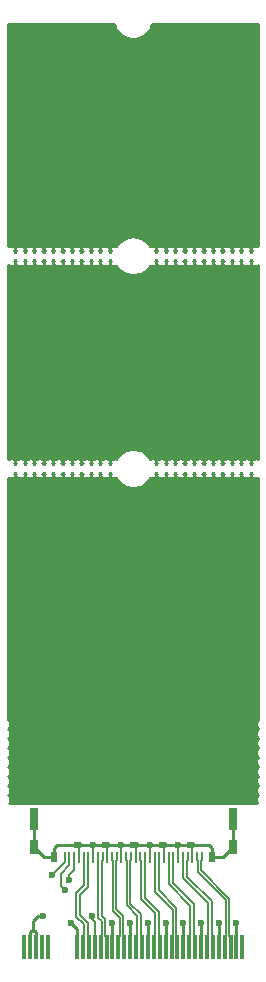
<source format=gbr>
G04 #@! TF.FileFunction,Copper,L1,Top,Signal*
%FSLAX46Y46*%
G04 Gerber Fmt 4.6, Leading zero omitted, Abs format (unit mm)*
G04 Created by KiCad (PCBNEW 4.0.7) date 05/24/18 10:42:32*
%MOMM*%
%LPD*%
G01*
G04 APERTURE LIST*
%ADD10C,0.100000*%
%ADD11R,0.350000X2.000000*%
%ADD12R,0.550000X0.900000*%
%ADD13R,0.200000X0.800000*%
%ADD14R,0.550000X0.550000*%
%ADD15R,0.200000X1.000000*%
%ADD16R,0.710000X1.300000*%
%ADD17R,0.710000X1.850000*%
%ADD18C,0.600000*%
%ADD19C,0.152000*%
%ADD20C,0.200000*%
%ADD21C,0.250000*%
%ADD22C,0.254000*%
G04 APERTURE END LIST*
D10*
D11*
X168130000Y-108610000D03*
X167630000Y-108610000D03*
X167130000Y-108610000D03*
X166630000Y-108610000D03*
X166130000Y-108610000D03*
X165630000Y-108610000D03*
X163130000Y-108610000D03*
X162630000Y-108610000D03*
X162130000Y-108610000D03*
X161630000Y-108610000D03*
X161130000Y-108610000D03*
X160630000Y-108610000D03*
X160130000Y-108610000D03*
X159630000Y-108610000D03*
X159130000Y-108610000D03*
X158630000Y-108610000D03*
X158130000Y-108610000D03*
X157630000Y-108610000D03*
X157130000Y-108610000D03*
X156630000Y-108610000D03*
X156130000Y-108610000D03*
X155630000Y-108610000D03*
X155130000Y-108610000D03*
X154630000Y-108610000D03*
X154130000Y-108610000D03*
X151630000Y-108610000D03*
X151130000Y-108610000D03*
X150630000Y-108610000D03*
X150130000Y-108610000D03*
X149630000Y-108610000D03*
X165130000Y-108610000D03*
X164630000Y-108610000D03*
X164130000Y-108610000D03*
X163630000Y-108610000D03*
D12*
X152190000Y-100980000D03*
D13*
X153490000Y-100930000D03*
D14*
X154090000Y-100005000D03*
D15*
X154290000Y-101030000D03*
D13*
X154690000Y-100930000D03*
X155090000Y-100930000D03*
D15*
X155490000Y-101030000D03*
D13*
X155890000Y-100930000D03*
X156290000Y-100930000D03*
D15*
X156690000Y-101030000D03*
D13*
X157090000Y-100930000D03*
X157490000Y-100930000D03*
D15*
X157890000Y-101030000D03*
D13*
X158290000Y-100930000D03*
X158690000Y-100930000D03*
D15*
X159090000Y-101030000D03*
D13*
X159490000Y-100930000D03*
X159890000Y-100930000D03*
D15*
X160290000Y-101030000D03*
D13*
X160690000Y-100930000D03*
X161090000Y-100930000D03*
D15*
X161490000Y-101030000D03*
D13*
X161890000Y-100930000D03*
X162290000Y-100930000D03*
D15*
X162690000Y-101030000D03*
D13*
X163090000Y-100930000D03*
X163490000Y-100930000D03*
D15*
X163890000Y-101030000D03*
D13*
X164290000Y-100930000D03*
X164690000Y-100930000D03*
X153090000Y-100930000D03*
D12*
X165590000Y-100980000D03*
D13*
X153890000Y-100930000D03*
D14*
X156490000Y-100005000D03*
X158890000Y-100005000D03*
X161290000Y-100005000D03*
X163690000Y-100005000D03*
D16*
X150450000Y-100130000D03*
D17*
X150450000Y-97810000D03*
D16*
X167330000Y-100130000D03*
D17*
X167330000Y-97810000D03*
D18*
X153470000Y-102930000D03*
X153110000Y-103770000D03*
X151980000Y-102560000D03*
X167629458Y-106615573D03*
X163890000Y-100030000D03*
X162690000Y-100030000D03*
X161490000Y-100030000D03*
X166129458Y-106615573D03*
X164629458Y-106615573D03*
X163129458Y-106615573D03*
X157129458Y-106615573D03*
X154290000Y-100030000D03*
X160290000Y-100030000D03*
X159090000Y-100030000D03*
X157890000Y-100030000D03*
X156690000Y-100030000D03*
X155490000Y-100030000D03*
X155380000Y-106040000D03*
X153660226Y-106599774D03*
X151270000Y-106030000D03*
X161629458Y-106615573D03*
X160129458Y-106615573D03*
X158629458Y-106615573D03*
D19*
X159890000Y-100930000D02*
X159890000Y-101230000D01*
X159890000Y-101230000D02*
X159842000Y-101278000D01*
X159842000Y-101278000D02*
X159842000Y-104457040D01*
X159842000Y-104457040D02*
X161033001Y-105648041D01*
X161033001Y-105648041D02*
X161033001Y-107688001D01*
X161033001Y-107688001D02*
X161130000Y-107785000D01*
X161130000Y-107785000D02*
X161130000Y-108610000D01*
X159490000Y-100930000D02*
X159490000Y-101230000D01*
X160630000Y-107785000D02*
X160630000Y-108610000D01*
X159490000Y-101230000D02*
X159538000Y-101278000D01*
X159538000Y-104582960D02*
X160726999Y-105771959D01*
X160726999Y-105771959D02*
X160726999Y-107688001D01*
X159538000Y-101278000D02*
X159538000Y-104582960D01*
X160726999Y-107688001D02*
X160630000Y-107785000D01*
X158690000Y-100930000D02*
X158690000Y-101230000D01*
X158690000Y-101230000D02*
X158642000Y-101278000D01*
X158642000Y-101278000D02*
X158642000Y-104977040D01*
X158642000Y-104977040D02*
X159533001Y-105868041D01*
X159533001Y-107688001D02*
X159630000Y-107785000D01*
X159533001Y-105868041D02*
X159533001Y-107688001D01*
X159630000Y-107785000D02*
X159630000Y-108610000D01*
X158290000Y-100930000D02*
X158290000Y-101230000D01*
X158338000Y-101278000D02*
X158338000Y-105102960D01*
X158290000Y-101230000D02*
X158338000Y-101278000D01*
X158338000Y-105102960D02*
X159226999Y-105991959D01*
X159226999Y-105991959D02*
X159226999Y-107688001D01*
X159226999Y-107688001D02*
X159130000Y-107785000D01*
X159130000Y-107785000D02*
X159130000Y-108610000D01*
X157490000Y-100930000D02*
X157490000Y-101230000D01*
X158033001Y-106008041D02*
X158033001Y-107688001D01*
X157442000Y-101278000D02*
X157442000Y-105417040D01*
X157442000Y-105417040D02*
X158033001Y-106008041D01*
X157490000Y-101230000D02*
X157442000Y-101278000D01*
X158033001Y-107688001D02*
X158130000Y-107785000D01*
X158130000Y-107785000D02*
X158130000Y-108610000D01*
X157138000Y-101278000D02*
X157138000Y-105542960D01*
X157090000Y-100930000D02*
X157090000Y-101230000D01*
X157090000Y-101230000D02*
X157138000Y-101278000D01*
X157138000Y-105542960D02*
X157726999Y-106131959D01*
X157726999Y-106131959D02*
X157726999Y-107688001D01*
X157726999Y-107688001D02*
X157630000Y-107785000D01*
X157630000Y-107785000D02*
X157630000Y-108610000D01*
X156242000Y-106007059D02*
X156242000Y-101278000D01*
X156242000Y-101278000D02*
X156290000Y-101230000D01*
X156630000Y-108610000D02*
X156630000Y-107785000D01*
X156533001Y-107688001D02*
X156533001Y-106298060D01*
X156630000Y-107785000D02*
X156533001Y-107688001D01*
X156533001Y-106298060D02*
X156242000Y-106007059D01*
X156290000Y-101230000D02*
X156290000Y-100930000D01*
X156130000Y-107785000D02*
X156226999Y-107688001D01*
X156130000Y-108610000D02*
X156130000Y-107785000D01*
X156226999Y-107688001D02*
X156226999Y-106421978D01*
X156226999Y-106421978D02*
X155938000Y-106132979D01*
X155938000Y-106132979D02*
X155938000Y-101278000D01*
X155938000Y-101278000D02*
X155890000Y-101230000D01*
X155890000Y-101230000D02*
X155890000Y-100930000D01*
X155042000Y-103542960D02*
X155042000Y-101278000D01*
X155042000Y-101278000D02*
X155090000Y-101230000D01*
X154372000Y-105927612D02*
X154372000Y-104212960D01*
X155130000Y-107785000D02*
X155033001Y-107688001D01*
X155130000Y-108610000D02*
X155130000Y-107785000D01*
X155033001Y-107688001D02*
X155033001Y-106588613D01*
X155033001Y-106588613D02*
X154372000Y-105927612D01*
X154372000Y-104212960D02*
X155042000Y-103542960D01*
X155090000Y-101230000D02*
X155090000Y-100930000D01*
X154630000Y-108610000D02*
X154630000Y-107785000D01*
X154630000Y-107785000D02*
X154726999Y-107688001D01*
X154726999Y-107688001D02*
X154726999Y-106712531D01*
X154068000Y-106053532D02*
X154068000Y-104087040D01*
X154726999Y-106712531D02*
X154068000Y-106053532D01*
X154068000Y-104087040D02*
X154738000Y-103417040D01*
X154738000Y-103417040D02*
X154738000Y-101278000D01*
X154738000Y-101278000D02*
X154690000Y-101230000D01*
X154690000Y-101230000D02*
X154690000Y-100930000D01*
D20*
X153470000Y-102930000D02*
X153470000Y-102505736D01*
X153470000Y-102505736D02*
X153890000Y-102085736D01*
X153890000Y-102085736D02*
X153890000Y-100930000D01*
X153110000Y-103770000D02*
X152780000Y-103440000D01*
X152780000Y-103440000D02*
X152780000Y-102420000D01*
X152780000Y-102420000D02*
X153490000Y-101710000D01*
X153490000Y-101710000D02*
X153490000Y-100930000D01*
X153090000Y-100930000D02*
X153090000Y-101450000D01*
X153090000Y-101450000D02*
X152279999Y-102260001D01*
X152279999Y-102260001D02*
X151980000Y-102560000D01*
X151980000Y-102560000D02*
X152697139Y-101842861D01*
D19*
X164642000Y-101278000D02*
X164642000Y-102137040D01*
X167032000Y-107687000D02*
X167130000Y-107785000D01*
X164642000Y-102137040D02*
X167032000Y-104527040D01*
X164690000Y-100930000D02*
X164690000Y-101230000D01*
X164690000Y-101230000D02*
X164642000Y-101278000D01*
X167032000Y-104527040D02*
X167032000Y-107687000D01*
X167130000Y-107785000D02*
X167130000Y-108610000D01*
X164290000Y-101230000D02*
X164338000Y-101278000D01*
X164290000Y-100930000D02*
X164290000Y-101230000D01*
X166630000Y-107785000D02*
X166630000Y-108610000D01*
X164338000Y-101278000D02*
X164338000Y-102262960D01*
X164338000Y-102262960D02*
X166728000Y-104652960D01*
X166728000Y-104652960D02*
X166728000Y-107687000D01*
X166728000Y-107687000D02*
X166630000Y-107785000D01*
D21*
X167630000Y-108610000D02*
X167630000Y-106619456D01*
X162690000Y-100030000D02*
X163890000Y-100030000D01*
D20*
X163890000Y-100930000D02*
X163890000Y-100030000D01*
X162690000Y-100930000D02*
X162690000Y-100030000D01*
X161490000Y-100930000D02*
X161490000Y-100030000D01*
D21*
X166130000Y-108610000D02*
X166130000Y-106619456D01*
X164630000Y-108610000D02*
X164630000Y-106619456D01*
X163130000Y-108610000D02*
X163130000Y-106619456D01*
X154290000Y-100030000D02*
X155490000Y-100030000D01*
D20*
X155380000Y-106260000D02*
X155630000Y-106510000D01*
X155630000Y-106510000D02*
X155630000Y-108610000D01*
X155380000Y-106040000D02*
X155380000Y-106260000D01*
D21*
X165590000Y-100980000D02*
X166480000Y-100980000D01*
X166480000Y-100980000D02*
X167330000Y-100130000D01*
D20*
X156690000Y-100030000D02*
X157890000Y-100030000D01*
X159090000Y-100030000D02*
X160290000Y-100030000D01*
D21*
X155490000Y-100030000D02*
X156690000Y-100030000D01*
X157890000Y-100030000D02*
X159090000Y-100030000D01*
X159090000Y-100030000D02*
X158915000Y-100030000D01*
X158915000Y-100030000D02*
X158890000Y-100005000D01*
X160290000Y-100030000D02*
X161265000Y-100030000D01*
X161265000Y-100030000D02*
X161290000Y-100005000D01*
X154290000Y-100030000D02*
X163665000Y-100030000D01*
X163665000Y-100030000D02*
X163690000Y-100005000D01*
X165590000Y-100980000D02*
X165590000Y-100280000D01*
X165590000Y-100280000D02*
X165315000Y-100005000D01*
X164215000Y-100005000D02*
X163690000Y-100005000D01*
X165315000Y-100005000D02*
X164215000Y-100005000D01*
X152190000Y-100980000D02*
X152190000Y-100280000D01*
X152190000Y-100280000D02*
X152440000Y-100030000D01*
X152440000Y-100030000D02*
X153865736Y-100030000D01*
X153865736Y-100030000D02*
X154290000Y-100030000D01*
X167330000Y-97810000D02*
X167330000Y-100130000D01*
X152190000Y-100980000D02*
X151300000Y-100980000D01*
X151300000Y-100980000D02*
X150450000Y-100130000D01*
X150450000Y-97810000D02*
X150450000Y-100130000D01*
D20*
X154290000Y-100930000D02*
X154290000Y-100030000D01*
X160290000Y-100930000D02*
X160290000Y-100030000D01*
X159090000Y-100930000D02*
X159090000Y-100030000D01*
X157890000Y-100930000D02*
X157890000Y-100030000D01*
X156690000Y-100930000D02*
X156690000Y-100030000D01*
X155490000Y-100930000D02*
X155490000Y-100030000D01*
X155381145Y-106040000D02*
X155380000Y-106040000D01*
D21*
X154130000Y-107069548D02*
X153660226Y-106599774D01*
X150790000Y-106030000D02*
X151270000Y-106030000D01*
X150380000Y-106440000D02*
X150790000Y-106030000D01*
X150380000Y-107290000D02*
X150560000Y-107290000D01*
X150200000Y-107290000D02*
X150380000Y-107290000D01*
X150380000Y-107290000D02*
X150380000Y-106440000D01*
X150130000Y-108610000D02*
X150130000Y-107360000D01*
X150130000Y-107360000D02*
X150200000Y-107290000D01*
X150560000Y-107290000D02*
X150630000Y-107360000D01*
X150630000Y-107360000D02*
X150630000Y-108610000D01*
X154130000Y-108610000D02*
X154130000Y-107069548D01*
X157130000Y-108610000D02*
X157130000Y-106616115D01*
X157130000Y-106616115D02*
X157129458Y-106615573D01*
X161630000Y-108610000D02*
X161630000Y-106619456D01*
X160130000Y-108610000D02*
X160130000Y-106619456D01*
X158630000Y-108610000D02*
X158630000Y-106619456D01*
D19*
X163490000Y-100930000D02*
X163490000Y-101230000D01*
X165532000Y-107687000D02*
X165630000Y-107785000D01*
X163442000Y-102667040D02*
X165532000Y-104757040D01*
X163442000Y-101278000D02*
X163442000Y-102667040D01*
X165532000Y-104757040D02*
X165532000Y-107687000D01*
X163490000Y-101230000D02*
X163442000Y-101278000D01*
X165630000Y-107785000D02*
X165630000Y-108610000D01*
X162532000Y-105327040D02*
X162532000Y-107687000D01*
X162630000Y-107785000D02*
X162630000Y-108610000D01*
X161090000Y-100930000D02*
X161090000Y-101230000D01*
X161042000Y-101278000D02*
X161042000Y-103837040D01*
X161042000Y-103837040D02*
X162532000Y-105327040D01*
X161090000Y-101230000D02*
X161042000Y-101278000D01*
X162532000Y-107687000D02*
X162630000Y-107785000D01*
X160690000Y-100930000D02*
X160690000Y-101230000D01*
X160690000Y-101230000D02*
X160738000Y-101278000D01*
X160738000Y-101278000D02*
X160738000Y-103962960D01*
X162228000Y-107687000D02*
X162130000Y-107785000D01*
X162130000Y-107785000D02*
X162130000Y-108610000D01*
X160738000Y-103962960D02*
X162228000Y-105452960D01*
X162228000Y-105452960D02*
X162228000Y-107687000D01*
X163138000Y-101278000D02*
X163138000Y-102792960D01*
X163090000Y-100930000D02*
X163090000Y-101230000D01*
X163090000Y-101230000D02*
X163138000Y-101278000D01*
X163138000Y-102792960D02*
X165228000Y-104882960D01*
X165228000Y-104882960D02*
X165228000Y-107687000D01*
X165228000Y-107687000D02*
X165130000Y-107785000D01*
X165130000Y-107785000D02*
X165130000Y-108610000D01*
X162242000Y-101278000D02*
X162242000Y-103207040D01*
X162290000Y-100930000D02*
X162290000Y-101230000D01*
X164032000Y-104997040D02*
X164032000Y-107687000D01*
X162290000Y-101230000D02*
X162242000Y-101278000D01*
X162242000Y-103207040D02*
X164032000Y-104997040D01*
X164032000Y-107687000D02*
X164130000Y-107785000D01*
X164130000Y-107785000D02*
X164130000Y-108610000D01*
X161890000Y-100930000D02*
X161890000Y-101230000D01*
X161938000Y-101278000D02*
X161938000Y-103332960D01*
X163728000Y-107687000D02*
X163630000Y-107785000D01*
X161890000Y-101230000D02*
X161938000Y-101278000D01*
X161938000Y-103332960D02*
X163728000Y-105122960D01*
X163728000Y-105122960D02*
X163728000Y-107687000D01*
X163630000Y-107785000D02*
X163630000Y-108610000D01*
D22*
G36*
X169139867Y-68955450D02*
X169471029Y-68929413D01*
X169488000Y-68922383D01*
X169488000Y-89321567D01*
X169414330Y-89395236D01*
X169370975Y-89460121D01*
X169370972Y-89460124D01*
X169337822Y-89540157D01*
X169310949Y-89605033D01*
X169310949Y-89605036D01*
X169310948Y-89605038D01*
X169295724Y-89681572D01*
X169295724Y-89838426D01*
X169310948Y-89914962D01*
X169310949Y-89914964D01*
X169310949Y-89914967D01*
X169326632Y-89952828D01*
X169370972Y-90059876D01*
X169370975Y-90059879D01*
X169414330Y-90124764D01*
X169449567Y-90160000D01*
X169414330Y-90195236D01*
X169370975Y-90260121D01*
X169370972Y-90260124D01*
X169337822Y-90340157D01*
X169310949Y-90405033D01*
X169310949Y-90405036D01*
X169310948Y-90405038D01*
X169295724Y-90481572D01*
X169295724Y-90638426D01*
X169310948Y-90714962D01*
X169310949Y-90714964D01*
X169310949Y-90714967D01*
X169326632Y-90752828D01*
X169370972Y-90859876D01*
X169370975Y-90859879D01*
X169414330Y-90924764D01*
X169449567Y-90960000D01*
X169414330Y-90995236D01*
X169370975Y-91060121D01*
X169370972Y-91060124D01*
X169337822Y-91140157D01*
X169310949Y-91205033D01*
X169310949Y-91205036D01*
X169310948Y-91205038D01*
X169295724Y-91281572D01*
X169295724Y-91438426D01*
X169310948Y-91514962D01*
X169310949Y-91514964D01*
X169310949Y-91514967D01*
X169326632Y-91552828D01*
X169370972Y-91659876D01*
X169370975Y-91659879D01*
X169414330Y-91724764D01*
X169449567Y-91760000D01*
X169414330Y-91795236D01*
X169370975Y-91860121D01*
X169370972Y-91860124D01*
X169337822Y-91940157D01*
X169310949Y-92005033D01*
X169310949Y-92005036D01*
X169310948Y-92005038D01*
X169295724Y-92081572D01*
X169295724Y-92238426D01*
X169310948Y-92314962D01*
X169310949Y-92314964D01*
X169310949Y-92314967D01*
X169326632Y-92352828D01*
X169370972Y-92459876D01*
X169370975Y-92459879D01*
X169414330Y-92524764D01*
X169449567Y-92560000D01*
X169414330Y-92595236D01*
X169370975Y-92660121D01*
X169370972Y-92660124D01*
X169337822Y-92740157D01*
X169310949Y-92805033D01*
X169310949Y-92805036D01*
X169310948Y-92805038D01*
X169295724Y-92881572D01*
X169295724Y-93038426D01*
X169310948Y-93114962D01*
X169310949Y-93114964D01*
X169310949Y-93114967D01*
X169326632Y-93152828D01*
X169370972Y-93259876D01*
X169370975Y-93259879D01*
X169414330Y-93324764D01*
X169449567Y-93360000D01*
X169414330Y-93395236D01*
X169370975Y-93460121D01*
X169370972Y-93460124D01*
X169337822Y-93540157D01*
X169310949Y-93605033D01*
X169310949Y-93605036D01*
X169310948Y-93605038D01*
X169295724Y-93681572D01*
X169295724Y-93838426D01*
X169310948Y-93914962D01*
X169310949Y-93914964D01*
X169310949Y-93914967D01*
X169326632Y-93952828D01*
X169370972Y-94059876D01*
X169370975Y-94059879D01*
X169414330Y-94124764D01*
X169449567Y-94160000D01*
X169414330Y-94195236D01*
X169370975Y-94260121D01*
X169370972Y-94260124D01*
X169337822Y-94340157D01*
X169310949Y-94405033D01*
X169310949Y-94405036D01*
X169310948Y-94405038D01*
X169295724Y-94481572D01*
X169295724Y-94638426D01*
X169310948Y-94714962D01*
X169310949Y-94714964D01*
X169310949Y-94714967D01*
X169326632Y-94752828D01*
X169370972Y-94859876D01*
X169370975Y-94859879D01*
X169414330Y-94924764D01*
X169449567Y-94960000D01*
X169414330Y-94995236D01*
X169370975Y-95060121D01*
X169370972Y-95060124D01*
X169337822Y-95140157D01*
X169310949Y-95205033D01*
X169310949Y-95205036D01*
X169310948Y-95205038D01*
X169295724Y-95281572D01*
X169295724Y-95438426D01*
X169310948Y-95514962D01*
X169310949Y-95514964D01*
X169310949Y-95514967D01*
X169326632Y-95552828D01*
X169370972Y-95659876D01*
X169370975Y-95659879D01*
X169414330Y-95724764D01*
X169449567Y-95760000D01*
X169414330Y-95795236D01*
X169370975Y-95860121D01*
X169370972Y-95860124D01*
X169337822Y-95940157D01*
X169310949Y-96005033D01*
X169310949Y-96005036D01*
X169310948Y-96005038D01*
X169295724Y-96081572D01*
X169295724Y-96238426D01*
X169310948Y-96314962D01*
X169310949Y-96314964D01*
X169310949Y-96314967D01*
X169326632Y-96352828D01*
X169368124Y-96453000D01*
X148391876Y-96453000D01*
X148422178Y-96379843D01*
X148449052Y-96314967D01*
X148449052Y-96314962D01*
X148464276Y-96238426D01*
X148464276Y-96081572D01*
X148449052Y-96005037D01*
X148449052Y-96005033D01*
X148419922Y-95934711D01*
X148389028Y-95860124D01*
X148389025Y-95860121D01*
X148345677Y-95795247D01*
X148345675Y-95795243D01*
X148345672Y-95795240D01*
X148345670Y-95795237D01*
X148317944Y-95767512D01*
X148310433Y-95760000D01*
X148345670Y-95724763D01*
X148345672Y-95724760D01*
X148345675Y-95724757D01*
X148345677Y-95724753D01*
X148389025Y-95659879D01*
X148389028Y-95659876D01*
X148422178Y-95579843D01*
X148449052Y-95514967D01*
X148449052Y-95514962D01*
X148464276Y-95438426D01*
X148464276Y-95281572D01*
X148449052Y-95205037D01*
X148449052Y-95205033D01*
X148419922Y-95134711D01*
X148389028Y-95060124D01*
X148389025Y-95060121D01*
X148345677Y-94995247D01*
X148345675Y-94995243D01*
X148345672Y-94995240D01*
X148345670Y-94995237D01*
X148310433Y-94960000D01*
X148345670Y-94924763D01*
X148345672Y-94924760D01*
X148345675Y-94924757D01*
X148345677Y-94924753D01*
X148389025Y-94859879D01*
X148389028Y-94859876D01*
X148422178Y-94779843D01*
X148449052Y-94714967D01*
X148449052Y-94714962D01*
X148464276Y-94638426D01*
X148464276Y-94481572D01*
X148449052Y-94405037D01*
X148449052Y-94405033D01*
X148419922Y-94334711D01*
X148389028Y-94260124D01*
X148389025Y-94260121D01*
X148345677Y-94195247D01*
X148345675Y-94195243D01*
X148345672Y-94195240D01*
X148345670Y-94195237D01*
X148310433Y-94160000D01*
X148317944Y-94152488D01*
X148345670Y-94124763D01*
X148345672Y-94124760D01*
X148345675Y-94124757D01*
X148345677Y-94124753D01*
X148389025Y-94059879D01*
X148389028Y-94059876D01*
X148422178Y-93979843D01*
X148449052Y-93914967D01*
X148449052Y-93914962D01*
X148464276Y-93838426D01*
X148464276Y-93681572D01*
X148449052Y-93605037D01*
X148449052Y-93605033D01*
X148419922Y-93534711D01*
X148389028Y-93460124D01*
X148389025Y-93460121D01*
X148345677Y-93395247D01*
X148345675Y-93395243D01*
X148345672Y-93395240D01*
X148345670Y-93395237D01*
X148317944Y-93367512D01*
X148310433Y-93360000D01*
X148317944Y-93352488D01*
X148345670Y-93324763D01*
X148345672Y-93324760D01*
X148345675Y-93324757D01*
X148345677Y-93324753D01*
X148389025Y-93259879D01*
X148389028Y-93259876D01*
X148422178Y-93179843D01*
X148449052Y-93114967D01*
X148449052Y-93114962D01*
X148464276Y-93038426D01*
X148464276Y-92881572D01*
X148449052Y-92805037D01*
X148449052Y-92805033D01*
X148419922Y-92734711D01*
X148389028Y-92660124D01*
X148389025Y-92660121D01*
X148345677Y-92595247D01*
X148345675Y-92595243D01*
X148345672Y-92595240D01*
X148345670Y-92595237D01*
X148317944Y-92567512D01*
X148310433Y-92560000D01*
X148345670Y-92524763D01*
X148345672Y-92524760D01*
X148345675Y-92524757D01*
X148345677Y-92524753D01*
X148389025Y-92459879D01*
X148389028Y-92459876D01*
X148422178Y-92379843D01*
X148449052Y-92314967D01*
X148449052Y-92314962D01*
X148464276Y-92238426D01*
X148464276Y-92081572D01*
X148449052Y-92005037D01*
X148449052Y-92005033D01*
X148419922Y-91934711D01*
X148389028Y-91860124D01*
X148389025Y-91860121D01*
X148345677Y-91795247D01*
X148345675Y-91795243D01*
X148345672Y-91795240D01*
X148345670Y-91795237D01*
X148310433Y-91760000D01*
X148345670Y-91724763D01*
X148345672Y-91724760D01*
X148345675Y-91724757D01*
X148345677Y-91724753D01*
X148389025Y-91659879D01*
X148389028Y-91659876D01*
X148422178Y-91579843D01*
X148449052Y-91514967D01*
X148449052Y-91514962D01*
X148464276Y-91438426D01*
X148464276Y-91281572D01*
X148449052Y-91205037D01*
X148449052Y-91205033D01*
X148419922Y-91134711D01*
X148389028Y-91060124D01*
X148389025Y-91060121D01*
X148345677Y-90995247D01*
X148345675Y-90995243D01*
X148345672Y-90995240D01*
X148345670Y-90995237D01*
X148317944Y-90967512D01*
X148310433Y-90960000D01*
X148345670Y-90924763D01*
X148345672Y-90924760D01*
X148345675Y-90924757D01*
X148345677Y-90924753D01*
X148389025Y-90859879D01*
X148389028Y-90859876D01*
X148422178Y-90779843D01*
X148449052Y-90714967D01*
X148449052Y-90714962D01*
X148464276Y-90638426D01*
X148464276Y-90481572D01*
X148449052Y-90405037D01*
X148449052Y-90405033D01*
X148419922Y-90334711D01*
X148389028Y-90260124D01*
X148389025Y-90260121D01*
X148345677Y-90195247D01*
X148345675Y-90195243D01*
X148345672Y-90195240D01*
X148345670Y-90195237D01*
X148317944Y-90167512D01*
X148310433Y-90160000D01*
X148317944Y-90152488D01*
X148345670Y-90124763D01*
X148345672Y-90124760D01*
X148345675Y-90124757D01*
X148345677Y-90124753D01*
X148389025Y-90059879D01*
X148389028Y-90059876D01*
X148422178Y-89979843D01*
X148449052Y-89914967D01*
X148449052Y-89914962D01*
X148464276Y-89838426D01*
X148464276Y-89681572D01*
X148449052Y-89605037D01*
X148449052Y-89605033D01*
X148418551Y-89531400D01*
X148389028Y-89460124D01*
X148389025Y-89460121D01*
X148345677Y-89395247D01*
X148345675Y-89395243D01*
X148345672Y-89395240D01*
X148345670Y-89395237D01*
X148317944Y-89367512D01*
X148272000Y-89321567D01*
X148272000Y-68913892D01*
X148399867Y-68955450D01*
X148731029Y-68929413D01*
X148901937Y-68858621D01*
X149199867Y-68955450D01*
X149531029Y-68929413D01*
X149701937Y-68858621D01*
X149999867Y-68955450D01*
X150331029Y-68929413D01*
X150501937Y-68858621D01*
X150799867Y-68955450D01*
X151131029Y-68929413D01*
X151301937Y-68858621D01*
X151599867Y-68955450D01*
X151931029Y-68929413D01*
X152101937Y-68858621D01*
X152399867Y-68955450D01*
X152731029Y-68929413D01*
X152901937Y-68858621D01*
X153199867Y-68955450D01*
X153531029Y-68929413D01*
X153701937Y-68858621D01*
X153999867Y-68955450D01*
X154331029Y-68929413D01*
X154501937Y-68858621D01*
X154799867Y-68955450D01*
X155131029Y-68929413D01*
X155301937Y-68858621D01*
X155599867Y-68955450D01*
X155931029Y-68929413D01*
X156101937Y-68858621D01*
X156399867Y-68955450D01*
X156731029Y-68929413D01*
X156901937Y-68858621D01*
X157199867Y-68955450D01*
X157460699Y-68934943D01*
X157694760Y-69285240D01*
X158233965Y-69645525D01*
X158870000Y-69772040D01*
X159506035Y-69645525D01*
X160045240Y-69285240D01*
X160278849Y-68935619D01*
X160339867Y-68955450D01*
X160671029Y-68929413D01*
X160841937Y-68858621D01*
X161139867Y-68955450D01*
X161471029Y-68929413D01*
X161641937Y-68858621D01*
X161939867Y-68955450D01*
X162271029Y-68929413D01*
X162441937Y-68858621D01*
X162739867Y-68955450D01*
X163071029Y-68929413D01*
X163241937Y-68858621D01*
X163539867Y-68955450D01*
X163871029Y-68929413D01*
X164041937Y-68858621D01*
X164339867Y-68955450D01*
X164671029Y-68929413D01*
X164841937Y-68858621D01*
X165139867Y-68955450D01*
X165471029Y-68929413D01*
X165641937Y-68858621D01*
X165939867Y-68955450D01*
X166271029Y-68929413D01*
X166441937Y-68858621D01*
X166739867Y-68955450D01*
X167071029Y-68929413D01*
X167241937Y-68858621D01*
X167539867Y-68955450D01*
X167871029Y-68929413D01*
X168041937Y-68858621D01*
X168339867Y-68955450D01*
X168671029Y-68929413D01*
X168841937Y-68858621D01*
X169139867Y-68955450D01*
X169139867Y-68955450D01*
G37*
X169139867Y-68955450D02*
X169471029Y-68929413D01*
X169488000Y-68922383D01*
X169488000Y-89321567D01*
X169414330Y-89395236D01*
X169370975Y-89460121D01*
X169370972Y-89460124D01*
X169337822Y-89540157D01*
X169310949Y-89605033D01*
X169310949Y-89605036D01*
X169310948Y-89605038D01*
X169295724Y-89681572D01*
X169295724Y-89838426D01*
X169310948Y-89914962D01*
X169310949Y-89914964D01*
X169310949Y-89914967D01*
X169326632Y-89952828D01*
X169370972Y-90059876D01*
X169370975Y-90059879D01*
X169414330Y-90124764D01*
X169449567Y-90160000D01*
X169414330Y-90195236D01*
X169370975Y-90260121D01*
X169370972Y-90260124D01*
X169337822Y-90340157D01*
X169310949Y-90405033D01*
X169310949Y-90405036D01*
X169310948Y-90405038D01*
X169295724Y-90481572D01*
X169295724Y-90638426D01*
X169310948Y-90714962D01*
X169310949Y-90714964D01*
X169310949Y-90714967D01*
X169326632Y-90752828D01*
X169370972Y-90859876D01*
X169370975Y-90859879D01*
X169414330Y-90924764D01*
X169449567Y-90960000D01*
X169414330Y-90995236D01*
X169370975Y-91060121D01*
X169370972Y-91060124D01*
X169337822Y-91140157D01*
X169310949Y-91205033D01*
X169310949Y-91205036D01*
X169310948Y-91205038D01*
X169295724Y-91281572D01*
X169295724Y-91438426D01*
X169310948Y-91514962D01*
X169310949Y-91514964D01*
X169310949Y-91514967D01*
X169326632Y-91552828D01*
X169370972Y-91659876D01*
X169370975Y-91659879D01*
X169414330Y-91724764D01*
X169449567Y-91760000D01*
X169414330Y-91795236D01*
X169370975Y-91860121D01*
X169370972Y-91860124D01*
X169337822Y-91940157D01*
X169310949Y-92005033D01*
X169310949Y-92005036D01*
X169310948Y-92005038D01*
X169295724Y-92081572D01*
X169295724Y-92238426D01*
X169310948Y-92314962D01*
X169310949Y-92314964D01*
X169310949Y-92314967D01*
X169326632Y-92352828D01*
X169370972Y-92459876D01*
X169370975Y-92459879D01*
X169414330Y-92524764D01*
X169449567Y-92560000D01*
X169414330Y-92595236D01*
X169370975Y-92660121D01*
X169370972Y-92660124D01*
X169337822Y-92740157D01*
X169310949Y-92805033D01*
X169310949Y-92805036D01*
X169310948Y-92805038D01*
X169295724Y-92881572D01*
X169295724Y-93038426D01*
X169310948Y-93114962D01*
X169310949Y-93114964D01*
X169310949Y-93114967D01*
X169326632Y-93152828D01*
X169370972Y-93259876D01*
X169370975Y-93259879D01*
X169414330Y-93324764D01*
X169449567Y-93360000D01*
X169414330Y-93395236D01*
X169370975Y-93460121D01*
X169370972Y-93460124D01*
X169337822Y-93540157D01*
X169310949Y-93605033D01*
X169310949Y-93605036D01*
X169310948Y-93605038D01*
X169295724Y-93681572D01*
X169295724Y-93838426D01*
X169310948Y-93914962D01*
X169310949Y-93914964D01*
X169310949Y-93914967D01*
X169326632Y-93952828D01*
X169370972Y-94059876D01*
X169370975Y-94059879D01*
X169414330Y-94124764D01*
X169449567Y-94160000D01*
X169414330Y-94195236D01*
X169370975Y-94260121D01*
X169370972Y-94260124D01*
X169337822Y-94340157D01*
X169310949Y-94405033D01*
X169310949Y-94405036D01*
X169310948Y-94405038D01*
X169295724Y-94481572D01*
X169295724Y-94638426D01*
X169310948Y-94714962D01*
X169310949Y-94714964D01*
X169310949Y-94714967D01*
X169326632Y-94752828D01*
X169370972Y-94859876D01*
X169370975Y-94859879D01*
X169414330Y-94924764D01*
X169449567Y-94960000D01*
X169414330Y-94995236D01*
X169370975Y-95060121D01*
X169370972Y-95060124D01*
X169337822Y-95140157D01*
X169310949Y-95205033D01*
X169310949Y-95205036D01*
X169310948Y-95205038D01*
X169295724Y-95281572D01*
X169295724Y-95438426D01*
X169310948Y-95514962D01*
X169310949Y-95514964D01*
X169310949Y-95514967D01*
X169326632Y-95552828D01*
X169370972Y-95659876D01*
X169370975Y-95659879D01*
X169414330Y-95724764D01*
X169449567Y-95760000D01*
X169414330Y-95795236D01*
X169370975Y-95860121D01*
X169370972Y-95860124D01*
X169337822Y-95940157D01*
X169310949Y-96005033D01*
X169310949Y-96005036D01*
X169310948Y-96005038D01*
X169295724Y-96081572D01*
X169295724Y-96238426D01*
X169310948Y-96314962D01*
X169310949Y-96314964D01*
X169310949Y-96314967D01*
X169326632Y-96352828D01*
X169368124Y-96453000D01*
X148391876Y-96453000D01*
X148422178Y-96379843D01*
X148449052Y-96314967D01*
X148449052Y-96314962D01*
X148464276Y-96238426D01*
X148464276Y-96081572D01*
X148449052Y-96005037D01*
X148449052Y-96005033D01*
X148419922Y-95934711D01*
X148389028Y-95860124D01*
X148389025Y-95860121D01*
X148345677Y-95795247D01*
X148345675Y-95795243D01*
X148345672Y-95795240D01*
X148345670Y-95795237D01*
X148317944Y-95767512D01*
X148310433Y-95760000D01*
X148345670Y-95724763D01*
X148345672Y-95724760D01*
X148345675Y-95724757D01*
X148345677Y-95724753D01*
X148389025Y-95659879D01*
X148389028Y-95659876D01*
X148422178Y-95579843D01*
X148449052Y-95514967D01*
X148449052Y-95514962D01*
X148464276Y-95438426D01*
X148464276Y-95281572D01*
X148449052Y-95205037D01*
X148449052Y-95205033D01*
X148419922Y-95134711D01*
X148389028Y-95060124D01*
X148389025Y-95060121D01*
X148345677Y-94995247D01*
X148345675Y-94995243D01*
X148345672Y-94995240D01*
X148345670Y-94995237D01*
X148310433Y-94960000D01*
X148345670Y-94924763D01*
X148345672Y-94924760D01*
X148345675Y-94924757D01*
X148345677Y-94924753D01*
X148389025Y-94859879D01*
X148389028Y-94859876D01*
X148422178Y-94779843D01*
X148449052Y-94714967D01*
X148449052Y-94714962D01*
X148464276Y-94638426D01*
X148464276Y-94481572D01*
X148449052Y-94405037D01*
X148449052Y-94405033D01*
X148419922Y-94334711D01*
X148389028Y-94260124D01*
X148389025Y-94260121D01*
X148345677Y-94195247D01*
X148345675Y-94195243D01*
X148345672Y-94195240D01*
X148345670Y-94195237D01*
X148310433Y-94160000D01*
X148317944Y-94152488D01*
X148345670Y-94124763D01*
X148345672Y-94124760D01*
X148345675Y-94124757D01*
X148345677Y-94124753D01*
X148389025Y-94059879D01*
X148389028Y-94059876D01*
X148422178Y-93979843D01*
X148449052Y-93914967D01*
X148449052Y-93914962D01*
X148464276Y-93838426D01*
X148464276Y-93681572D01*
X148449052Y-93605037D01*
X148449052Y-93605033D01*
X148419922Y-93534711D01*
X148389028Y-93460124D01*
X148389025Y-93460121D01*
X148345677Y-93395247D01*
X148345675Y-93395243D01*
X148345672Y-93395240D01*
X148345670Y-93395237D01*
X148317944Y-93367512D01*
X148310433Y-93360000D01*
X148317944Y-93352488D01*
X148345670Y-93324763D01*
X148345672Y-93324760D01*
X148345675Y-93324757D01*
X148345677Y-93324753D01*
X148389025Y-93259879D01*
X148389028Y-93259876D01*
X148422178Y-93179843D01*
X148449052Y-93114967D01*
X148449052Y-93114962D01*
X148464276Y-93038426D01*
X148464276Y-92881572D01*
X148449052Y-92805037D01*
X148449052Y-92805033D01*
X148419922Y-92734711D01*
X148389028Y-92660124D01*
X148389025Y-92660121D01*
X148345677Y-92595247D01*
X148345675Y-92595243D01*
X148345672Y-92595240D01*
X148345670Y-92595237D01*
X148317944Y-92567512D01*
X148310433Y-92560000D01*
X148345670Y-92524763D01*
X148345672Y-92524760D01*
X148345675Y-92524757D01*
X148345677Y-92524753D01*
X148389025Y-92459879D01*
X148389028Y-92459876D01*
X148422178Y-92379843D01*
X148449052Y-92314967D01*
X148449052Y-92314962D01*
X148464276Y-92238426D01*
X148464276Y-92081572D01*
X148449052Y-92005037D01*
X148449052Y-92005033D01*
X148419922Y-91934711D01*
X148389028Y-91860124D01*
X148389025Y-91860121D01*
X148345677Y-91795247D01*
X148345675Y-91795243D01*
X148345672Y-91795240D01*
X148345670Y-91795237D01*
X148310433Y-91760000D01*
X148345670Y-91724763D01*
X148345672Y-91724760D01*
X148345675Y-91724757D01*
X148345677Y-91724753D01*
X148389025Y-91659879D01*
X148389028Y-91659876D01*
X148422178Y-91579843D01*
X148449052Y-91514967D01*
X148449052Y-91514962D01*
X148464276Y-91438426D01*
X148464276Y-91281572D01*
X148449052Y-91205037D01*
X148449052Y-91205033D01*
X148419922Y-91134711D01*
X148389028Y-91060124D01*
X148389025Y-91060121D01*
X148345677Y-90995247D01*
X148345675Y-90995243D01*
X148345672Y-90995240D01*
X148345670Y-90995237D01*
X148317944Y-90967512D01*
X148310433Y-90960000D01*
X148345670Y-90924763D01*
X148345672Y-90924760D01*
X148345675Y-90924757D01*
X148345677Y-90924753D01*
X148389025Y-90859879D01*
X148389028Y-90859876D01*
X148422178Y-90779843D01*
X148449052Y-90714967D01*
X148449052Y-90714962D01*
X148464276Y-90638426D01*
X148464276Y-90481572D01*
X148449052Y-90405037D01*
X148449052Y-90405033D01*
X148419922Y-90334711D01*
X148389028Y-90260124D01*
X148389025Y-90260121D01*
X148345677Y-90195247D01*
X148345675Y-90195243D01*
X148345672Y-90195240D01*
X148345670Y-90195237D01*
X148317944Y-90167512D01*
X148310433Y-90160000D01*
X148317944Y-90152488D01*
X148345670Y-90124763D01*
X148345672Y-90124760D01*
X148345675Y-90124757D01*
X148345677Y-90124753D01*
X148389025Y-90059879D01*
X148389028Y-90059876D01*
X148422178Y-89979843D01*
X148449052Y-89914967D01*
X148449052Y-89914962D01*
X148464276Y-89838426D01*
X148464276Y-89681572D01*
X148449052Y-89605037D01*
X148449052Y-89605033D01*
X148418551Y-89531400D01*
X148389028Y-89460124D01*
X148389025Y-89460121D01*
X148345677Y-89395247D01*
X148345675Y-89395243D01*
X148345672Y-89395240D01*
X148345670Y-89395237D01*
X148317944Y-89367512D01*
X148272000Y-89321567D01*
X148272000Y-68913892D01*
X148399867Y-68955450D01*
X148731029Y-68929413D01*
X148901937Y-68858621D01*
X149199867Y-68955450D01*
X149531029Y-68929413D01*
X149701937Y-68858621D01*
X149999867Y-68955450D01*
X150331029Y-68929413D01*
X150501937Y-68858621D01*
X150799867Y-68955450D01*
X151131029Y-68929413D01*
X151301937Y-68858621D01*
X151599867Y-68955450D01*
X151931029Y-68929413D01*
X152101937Y-68858621D01*
X152399867Y-68955450D01*
X152731029Y-68929413D01*
X152901937Y-68858621D01*
X153199867Y-68955450D01*
X153531029Y-68929413D01*
X153701937Y-68858621D01*
X153999867Y-68955450D01*
X154331029Y-68929413D01*
X154501937Y-68858621D01*
X154799867Y-68955450D01*
X155131029Y-68929413D01*
X155301937Y-68858621D01*
X155599867Y-68955450D01*
X155931029Y-68929413D01*
X156101937Y-68858621D01*
X156399867Y-68955450D01*
X156731029Y-68929413D01*
X156901937Y-68858621D01*
X157199867Y-68955450D01*
X157460699Y-68934943D01*
X157694760Y-69285240D01*
X158233965Y-69645525D01*
X158870000Y-69772040D01*
X159506035Y-69645525D01*
X160045240Y-69285240D01*
X160278849Y-68935619D01*
X160339867Y-68955450D01*
X160671029Y-68929413D01*
X160841937Y-68858621D01*
X161139867Y-68955450D01*
X161471029Y-68929413D01*
X161641937Y-68858621D01*
X161939867Y-68955450D01*
X162271029Y-68929413D01*
X162441937Y-68858621D01*
X162739867Y-68955450D01*
X163071029Y-68929413D01*
X163241937Y-68858621D01*
X163539867Y-68955450D01*
X163871029Y-68929413D01*
X164041937Y-68858621D01*
X164339867Y-68955450D01*
X164671029Y-68929413D01*
X164841937Y-68858621D01*
X165139867Y-68955450D01*
X165471029Y-68929413D01*
X165641937Y-68858621D01*
X165939867Y-68955450D01*
X166271029Y-68929413D01*
X166441937Y-68858621D01*
X166739867Y-68955450D01*
X167071029Y-68929413D01*
X167241937Y-68858621D01*
X167539867Y-68955450D01*
X167871029Y-68929413D01*
X168041937Y-68858621D01*
X168339867Y-68955450D01*
X168671029Y-68929413D01*
X168841937Y-68858621D01*
X169139867Y-68955450D01*
G36*
X163338003Y-68553419D02*
X163240000Y-68651422D01*
X163141873Y-68553295D01*
X163240048Y-68455292D01*
X163338003Y-68553419D01*
X163338003Y-68553419D01*
G37*
X163338003Y-68553419D02*
X163240000Y-68651422D01*
X163141873Y-68553295D01*
X163240048Y-68455292D01*
X163338003Y-68553419D01*
G36*
X164138003Y-68553419D02*
X164040000Y-68651422D01*
X163941873Y-68553295D01*
X164040048Y-68455292D01*
X164138003Y-68553419D01*
X164138003Y-68553419D01*
G37*
X164138003Y-68553419D02*
X164040000Y-68651422D01*
X163941873Y-68553295D01*
X164040048Y-68455292D01*
X164138003Y-68553419D01*
G36*
X164938003Y-68553419D02*
X164840000Y-68651422D01*
X164741873Y-68553295D01*
X164840048Y-68455292D01*
X164938003Y-68553419D01*
X164938003Y-68553419D01*
G37*
X164938003Y-68553419D02*
X164840000Y-68651422D01*
X164741873Y-68553295D01*
X164840048Y-68455292D01*
X164938003Y-68553419D01*
G36*
X165738003Y-68553419D02*
X165640000Y-68651422D01*
X165541873Y-68553295D01*
X165640048Y-68455292D01*
X165738003Y-68553419D01*
X165738003Y-68553419D01*
G37*
X165738003Y-68553419D02*
X165640000Y-68651422D01*
X165541873Y-68553295D01*
X165640048Y-68455292D01*
X165738003Y-68553419D01*
G36*
X166538003Y-68553419D02*
X166440000Y-68651422D01*
X166341873Y-68553295D01*
X166440048Y-68455292D01*
X166538003Y-68553419D01*
X166538003Y-68553419D01*
G37*
X166538003Y-68553419D02*
X166440000Y-68651422D01*
X166341873Y-68553295D01*
X166440048Y-68455292D01*
X166538003Y-68553419D01*
G36*
X167338003Y-68553419D02*
X167240000Y-68651422D01*
X167141873Y-68553295D01*
X167240048Y-68455292D01*
X167338003Y-68553419D01*
X167338003Y-68553419D01*
G37*
X167338003Y-68553419D02*
X167240000Y-68651422D01*
X167141873Y-68553295D01*
X167240048Y-68455292D01*
X167338003Y-68553419D01*
G36*
X168138003Y-68553419D02*
X168040000Y-68651422D01*
X167941873Y-68553295D01*
X168040048Y-68455292D01*
X168138003Y-68553419D01*
X168138003Y-68553419D01*
G37*
X168138003Y-68553419D02*
X168040000Y-68651422D01*
X167941873Y-68553295D01*
X168040048Y-68455292D01*
X168138003Y-68553419D01*
G36*
X168938003Y-68553419D02*
X168840000Y-68651422D01*
X168741873Y-68553295D01*
X168840048Y-68455292D01*
X168938003Y-68553419D01*
X168938003Y-68553419D01*
G37*
X168938003Y-68553419D02*
X168840000Y-68651422D01*
X168741873Y-68553295D01*
X168840048Y-68455292D01*
X168938003Y-68553419D01*
G36*
X160938003Y-68553419D02*
X160840000Y-68651422D01*
X160741873Y-68553295D01*
X160840048Y-68455292D01*
X160938003Y-68553419D01*
X160938003Y-68553419D01*
G37*
X160938003Y-68553419D02*
X160840000Y-68651422D01*
X160741873Y-68553295D01*
X160840048Y-68455292D01*
X160938003Y-68553419D01*
G36*
X161738003Y-68553419D02*
X161640000Y-68651422D01*
X161541873Y-68553295D01*
X161640048Y-68455292D01*
X161738003Y-68553419D01*
X161738003Y-68553419D01*
G37*
X161738003Y-68553419D02*
X161640000Y-68651422D01*
X161541873Y-68553295D01*
X161640048Y-68455292D01*
X161738003Y-68553419D01*
G36*
X162538003Y-68553419D02*
X162440000Y-68651422D01*
X162341873Y-68553295D01*
X162440048Y-68455292D01*
X162538003Y-68553419D01*
X162538003Y-68553419D01*
G37*
X162538003Y-68553419D02*
X162440000Y-68651422D01*
X162341873Y-68553295D01*
X162440048Y-68455292D01*
X162538003Y-68553419D01*
G36*
X150598003Y-68553419D02*
X150500000Y-68651422D01*
X150401873Y-68553295D01*
X150500048Y-68455292D01*
X150598003Y-68553419D01*
X150598003Y-68553419D01*
G37*
X150598003Y-68553419D02*
X150500000Y-68651422D01*
X150401873Y-68553295D01*
X150500048Y-68455292D01*
X150598003Y-68553419D01*
G36*
X149798003Y-68553419D02*
X149700000Y-68651422D01*
X149601873Y-68553295D01*
X149700048Y-68455292D01*
X149798003Y-68553419D01*
X149798003Y-68553419D01*
G37*
X149798003Y-68553419D02*
X149700000Y-68651422D01*
X149601873Y-68553295D01*
X149700048Y-68455292D01*
X149798003Y-68553419D01*
G36*
X148998003Y-68553419D02*
X148900000Y-68651422D01*
X148801873Y-68553295D01*
X148900048Y-68455292D01*
X148998003Y-68553419D01*
X148998003Y-68553419D01*
G37*
X148998003Y-68553419D02*
X148900000Y-68651422D01*
X148801873Y-68553295D01*
X148900048Y-68455292D01*
X148998003Y-68553419D01*
G36*
X156998003Y-68553419D02*
X156900000Y-68651422D01*
X156801873Y-68553295D01*
X156900048Y-68455292D01*
X156998003Y-68553419D01*
X156998003Y-68553419D01*
G37*
X156998003Y-68553419D02*
X156900000Y-68651422D01*
X156801873Y-68553295D01*
X156900048Y-68455292D01*
X156998003Y-68553419D01*
G36*
X156198003Y-68553419D02*
X156100000Y-68651422D01*
X156001873Y-68553295D01*
X156100048Y-68455292D01*
X156198003Y-68553419D01*
X156198003Y-68553419D01*
G37*
X156198003Y-68553419D02*
X156100000Y-68651422D01*
X156001873Y-68553295D01*
X156100048Y-68455292D01*
X156198003Y-68553419D01*
G36*
X155398003Y-68553419D02*
X155300000Y-68651422D01*
X155201873Y-68553295D01*
X155300048Y-68455292D01*
X155398003Y-68553419D01*
X155398003Y-68553419D01*
G37*
X155398003Y-68553419D02*
X155300000Y-68651422D01*
X155201873Y-68553295D01*
X155300048Y-68455292D01*
X155398003Y-68553419D01*
G36*
X154598003Y-68553419D02*
X154500000Y-68651422D01*
X154401873Y-68553295D01*
X154500048Y-68455292D01*
X154598003Y-68553419D01*
X154598003Y-68553419D01*
G37*
X154598003Y-68553419D02*
X154500000Y-68651422D01*
X154401873Y-68553295D01*
X154500048Y-68455292D01*
X154598003Y-68553419D01*
G36*
X153798003Y-68553419D02*
X153700000Y-68651422D01*
X153601873Y-68553295D01*
X153700048Y-68455292D01*
X153798003Y-68553419D01*
X153798003Y-68553419D01*
G37*
X153798003Y-68553419D02*
X153700000Y-68651422D01*
X153601873Y-68553295D01*
X153700048Y-68455292D01*
X153798003Y-68553419D01*
G36*
X152998003Y-68553419D02*
X152900000Y-68651422D01*
X152801873Y-68553295D01*
X152900048Y-68455292D01*
X152998003Y-68553419D01*
X152998003Y-68553419D01*
G37*
X152998003Y-68553419D02*
X152900000Y-68651422D01*
X152801873Y-68553295D01*
X152900048Y-68455292D01*
X152998003Y-68553419D01*
G36*
X152198003Y-68553419D02*
X152100000Y-68651422D01*
X152001873Y-68553295D01*
X152100048Y-68455292D01*
X152198003Y-68553419D01*
X152198003Y-68553419D01*
G37*
X152198003Y-68553419D02*
X152100000Y-68651422D01*
X152001873Y-68553295D01*
X152100048Y-68455292D01*
X152198003Y-68553419D01*
G36*
X151398003Y-68553419D02*
X151300000Y-68651422D01*
X151201873Y-68553295D01*
X151300048Y-68455292D01*
X151398003Y-68553419D01*
X151398003Y-68553419D01*
G37*
X151398003Y-68553419D02*
X151300000Y-68651422D01*
X151201873Y-68553295D01*
X151300048Y-68455292D01*
X151398003Y-68553419D01*
G36*
X165738127Y-67666705D02*
X165639952Y-67764708D01*
X165541997Y-67666581D01*
X165640000Y-67568578D01*
X165738127Y-67666705D01*
X165738127Y-67666705D01*
G37*
X165738127Y-67666705D02*
X165639952Y-67764708D01*
X165541997Y-67666581D01*
X165640000Y-67568578D01*
X165738127Y-67666705D01*
G36*
X160938127Y-67666705D02*
X160839952Y-67764708D01*
X160741997Y-67666581D01*
X160840000Y-67568578D01*
X160938127Y-67666705D01*
X160938127Y-67666705D01*
G37*
X160938127Y-67666705D02*
X160839952Y-67764708D01*
X160741997Y-67666581D01*
X160840000Y-67568578D01*
X160938127Y-67666705D01*
G36*
X168938127Y-67666705D02*
X168839952Y-67764708D01*
X168741997Y-67666581D01*
X168840000Y-67568578D01*
X168938127Y-67666705D01*
X168938127Y-67666705D01*
G37*
X168938127Y-67666705D02*
X168839952Y-67764708D01*
X168741997Y-67666581D01*
X168840000Y-67568578D01*
X168938127Y-67666705D01*
G36*
X168138127Y-67666705D02*
X168039952Y-67764708D01*
X167941997Y-67666581D01*
X168040000Y-67568578D01*
X168138127Y-67666705D01*
X168138127Y-67666705D01*
G37*
X168138127Y-67666705D02*
X168039952Y-67764708D01*
X167941997Y-67666581D01*
X168040000Y-67568578D01*
X168138127Y-67666705D01*
G36*
X161738127Y-67666705D02*
X161639952Y-67764708D01*
X161541997Y-67666581D01*
X161640000Y-67568578D01*
X161738127Y-67666705D01*
X161738127Y-67666705D01*
G37*
X161738127Y-67666705D02*
X161639952Y-67764708D01*
X161541997Y-67666581D01*
X161640000Y-67568578D01*
X161738127Y-67666705D01*
G36*
X167338127Y-67666705D02*
X167239952Y-67764708D01*
X167141997Y-67666581D01*
X167240000Y-67568578D01*
X167338127Y-67666705D01*
X167338127Y-67666705D01*
G37*
X167338127Y-67666705D02*
X167239952Y-67764708D01*
X167141997Y-67666581D01*
X167240000Y-67568578D01*
X167338127Y-67666705D01*
G36*
X166538127Y-67666705D02*
X166439952Y-67764708D01*
X166341997Y-67666581D01*
X166440000Y-67568578D01*
X166538127Y-67666705D01*
X166538127Y-67666705D01*
G37*
X166538127Y-67666705D02*
X166439952Y-67764708D01*
X166341997Y-67666581D01*
X166440000Y-67568578D01*
X166538127Y-67666705D01*
G36*
X164938127Y-67666705D02*
X164839952Y-67764708D01*
X164741997Y-67666581D01*
X164840000Y-67568578D01*
X164938127Y-67666705D01*
X164938127Y-67666705D01*
G37*
X164938127Y-67666705D02*
X164839952Y-67764708D01*
X164741997Y-67666581D01*
X164840000Y-67568578D01*
X164938127Y-67666705D01*
G36*
X164138127Y-67666705D02*
X164039952Y-67764708D01*
X163941997Y-67666581D01*
X164040000Y-67568578D01*
X164138127Y-67666705D01*
X164138127Y-67666705D01*
G37*
X164138127Y-67666705D02*
X164039952Y-67764708D01*
X163941997Y-67666581D01*
X164040000Y-67568578D01*
X164138127Y-67666705D01*
G36*
X163338127Y-67666705D02*
X163239952Y-67764708D01*
X163141997Y-67666581D01*
X163240000Y-67568578D01*
X163338127Y-67666705D01*
X163338127Y-67666705D01*
G37*
X163338127Y-67666705D02*
X163239952Y-67764708D01*
X163141997Y-67666581D01*
X163240000Y-67568578D01*
X163338127Y-67666705D01*
G36*
X162538127Y-67666705D02*
X162439952Y-67764708D01*
X162341997Y-67666581D01*
X162440000Y-67568578D01*
X162538127Y-67666705D01*
X162538127Y-67666705D01*
G37*
X162538127Y-67666705D02*
X162439952Y-67764708D01*
X162341997Y-67666581D01*
X162440000Y-67568578D01*
X162538127Y-67666705D01*
G36*
X149798127Y-67666705D02*
X149699952Y-67764708D01*
X149601997Y-67666581D01*
X149700000Y-67568578D01*
X149798127Y-67666705D01*
X149798127Y-67666705D01*
G37*
X149798127Y-67666705D02*
X149699952Y-67764708D01*
X149601997Y-67666581D01*
X149700000Y-67568578D01*
X149798127Y-67666705D01*
G36*
X148998127Y-67666705D02*
X148899952Y-67764708D01*
X148801997Y-67666581D01*
X148900000Y-67568578D01*
X148998127Y-67666705D01*
X148998127Y-67666705D01*
G37*
X148998127Y-67666705D02*
X148899952Y-67764708D01*
X148801997Y-67666581D01*
X148900000Y-67568578D01*
X148998127Y-67666705D01*
G36*
X152198127Y-67666705D02*
X152099952Y-67764708D01*
X152001997Y-67666581D01*
X152100000Y-67568578D01*
X152198127Y-67666705D01*
X152198127Y-67666705D01*
G37*
X152198127Y-67666705D02*
X152099952Y-67764708D01*
X152001997Y-67666581D01*
X152100000Y-67568578D01*
X152198127Y-67666705D01*
G36*
X156198127Y-67666705D02*
X156099952Y-67764708D01*
X156001997Y-67666581D01*
X156100000Y-67568578D01*
X156198127Y-67666705D01*
X156198127Y-67666705D01*
G37*
X156198127Y-67666705D02*
X156099952Y-67764708D01*
X156001997Y-67666581D01*
X156100000Y-67568578D01*
X156198127Y-67666705D01*
G36*
X155398127Y-67666705D02*
X155299952Y-67764708D01*
X155201997Y-67666581D01*
X155300000Y-67568578D01*
X155398127Y-67666705D01*
X155398127Y-67666705D01*
G37*
X155398127Y-67666705D02*
X155299952Y-67764708D01*
X155201997Y-67666581D01*
X155300000Y-67568578D01*
X155398127Y-67666705D01*
G36*
X154598127Y-67666705D02*
X154499952Y-67764708D01*
X154401997Y-67666581D01*
X154500000Y-67568578D01*
X154598127Y-67666705D01*
X154598127Y-67666705D01*
G37*
X154598127Y-67666705D02*
X154499952Y-67764708D01*
X154401997Y-67666581D01*
X154500000Y-67568578D01*
X154598127Y-67666705D01*
G36*
X153798127Y-67666705D02*
X153699952Y-67764708D01*
X153601997Y-67666581D01*
X153700000Y-67568578D01*
X153798127Y-67666705D01*
X153798127Y-67666705D01*
G37*
X153798127Y-67666705D02*
X153699952Y-67764708D01*
X153601997Y-67666581D01*
X153700000Y-67568578D01*
X153798127Y-67666705D01*
G36*
X152998127Y-67666705D02*
X152899952Y-67764708D01*
X152801997Y-67666581D01*
X152900000Y-67568578D01*
X152998127Y-67666705D01*
X152998127Y-67666705D01*
G37*
X152998127Y-67666705D02*
X152899952Y-67764708D01*
X152801997Y-67666581D01*
X152900000Y-67568578D01*
X152998127Y-67666705D01*
G36*
X151398127Y-67666705D02*
X151299952Y-67764708D01*
X151201997Y-67666581D01*
X151300000Y-67568578D01*
X151398127Y-67666705D01*
X151398127Y-67666705D01*
G37*
X151398127Y-67666705D02*
X151299952Y-67764708D01*
X151201997Y-67666581D01*
X151300000Y-67568578D01*
X151398127Y-67666705D01*
G36*
X150598127Y-67666705D02*
X150499952Y-67764708D01*
X150401997Y-67666581D01*
X150500000Y-67568578D01*
X150598127Y-67666705D01*
X150598127Y-67666705D01*
G37*
X150598127Y-67666705D02*
X150499952Y-67764708D01*
X150401997Y-67666581D01*
X150500000Y-67568578D01*
X150598127Y-67666705D01*
G36*
X156998127Y-67666705D02*
X156899952Y-67764708D01*
X156801997Y-67666581D01*
X156900000Y-67568578D01*
X156998127Y-67666705D01*
X156998127Y-67666705D01*
G37*
X156998127Y-67666705D02*
X156899952Y-67764708D01*
X156801997Y-67666581D01*
X156900000Y-67568578D01*
X156998127Y-67666705D01*
G36*
X169139867Y-50955450D02*
X169471029Y-50929413D01*
X169488000Y-50922383D01*
X169488000Y-67312608D01*
X169340133Y-67264550D01*
X169008971Y-67290587D01*
X168838063Y-67361379D01*
X168540133Y-67264550D01*
X168208971Y-67290587D01*
X168038063Y-67361379D01*
X167740133Y-67264550D01*
X167408971Y-67290587D01*
X167238063Y-67361379D01*
X166940133Y-67264550D01*
X166608971Y-67290587D01*
X166438063Y-67361379D01*
X166140133Y-67264550D01*
X165808971Y-67290587D01*
X165638063Y-67361379D01*
X165340133Y-67264550D01*
X165008971Y-67290587D01*
X164838063Y-67361379D01*
X164540133Y-67264550D01*
X164208971Y-67290587D01*
X164038063Y-67361379D01*
X163740133Y-67264550D01*
X163408971Y-67290587D01*
X163238063Y-67361379D01*
X162940133Y-67264550D01*
X162608971Y-67290587D01*
X162438063Y-67361379D01*
X162140133Y-67264550D01*
X161808971Y-67290587D01*
X161638063Y-67361379D01*
X161340133Y-67264550D01*
X161008971Y-67290587D01*
X160838063Y-67361379D01*
X160540133Y-67264550D01*
X160279301Y-67285057D01*
X160045240Y-66934760D01*
X159506035Y-66574475D01*
X158870000Y-66447960D01*
X158233965Y-66574475D01*
X157694760Y-66934760D01*
X157461151Y-67284381D01*
X157400133Y-67264550D01*
X157068971Y-67290587D01*
X156898063Y-67361379D01*
X156600133Y-67264550D01*
X156268971Y-67290587D01*
X156098063Y-67361379D01*
X155800133Y-67264550D01*
X155468971Y-67290587D01*
X155298063Y-67361379D01*
X155000133Y-67264550D01*
X154668971Y-67290587D01*
X154498063Y-67361379D01*
X154200133Y-67264550D01*
X153868971Y-67290587D01*
X153698063Y-67361379D01*
X153400133Y-67264550D01*
X153068971Y-67290587D01*
X152898063Y-67361379D01*
X152600133Y-67264550D01*
X152268971Y-67290587D01*
X152098063Y-67361379D01*
X151800133Y-67264550D01*
X151468971Y-67290587D01*
X151298063Y-67361379D01*
X151000133Y-67264550D01*
X150668971Y-67290587D01*
X150498063Y-67361379D01*
X150200133Y-67264550D01*
X149868971Y-67290587D01*
X149698063Y-67361379D01*
X149400133Y-67264550D01*
X149068971Y-67290587D01*
X148898063Y-67361379D01*
X148600133Y-67264550D01*
X148272000Y-67290349D01*
X148272000Y-50913892D01*
X148399867Y-50955450D01*
X148731029Y-50929413D01*
X148901937Y-50858621D01*
X149199867Y-50955450D01*
X149531029Y-50929413D01*
X149701937Y-50858621D01*
X149999867Y-50955450D01*
X150331029Y-50929413D01*
X150501937Y-50858621D01*
X150799867Y-50955450D01*
X151131029Y-50929413D01*
X151301937Y-50858621D01*
X151599867Y-50955450D01*
X151931029Y-50929413D01*
X152101937Y-50858621D01*
X152399867Y-50955450D01*
X152731029Y-50929413D01*
X152901937Y-50858621D01*
X153199867Y-50955450D01*
X153531029Y-50929413D01*
X153701937Y-50858621D01*
X153999867Y-50955450D01*
X154331029Y-50929413D01*
X154501937Y-50858621D01*
X154799867Y-50955450D01*
X155131029Y-50929413D01*
X155301937Y-50858621D01*
X155599867Y-50955450D01*
X155931029Y-50929413D01*
X156101937Y-50858621D01*
X156399867Y-50955450D01*
X156731029Y-50929413D01*
X156901937Y-50858621D01*
X157199867Y-50955450D01*
X157460699Y-50934943D01*
X157694760Y-51285240D01*
X158233965Y-51645525D01*
X158870000Y-51772040D01*
X159506035Y-51645525D01*
X160045240Y-51285240D01*
X160278849Y-50935619D01*
X160339867Y-50955450D01*
X160671029Y-50929413D01*
X160841937Y-50858621D01*
X161139867Y-50955450D01*
X161471029Y-50929413D01*
X161641937Y-50858621D01*
X161939867Y-50955450D01*
X162271029Y-50929413D01*
X162441937Y-50858621D01*
X162739867Y-50955450D01*
X163071029Y-50929413D01*
X163241937Y-50858621D01*
X163539867Y-50955450D01*
X163871029Y-50929413D01*
X164041937Y-50858621D01*
X164339867Y-50955450D01*
X164671029Y-50929413D01*
X164841937Y-50858621D01*
X165139867Y-50955450D01*
X165471029Y-50929413D01*
X165641937Y-50858621D01*
X165939867Y-50955450D01*
X166271029Y-50929413D01*
X166441937Y-50858621D01*
X166739867Y-50955450D01*
X167071029Y-50929413D01*
X167241937Y-50858621D01*
X167539867Y-50955450D01*
X167871029Y-50929413D01*
X168041937Y-50858621D01*
X168339867Y-50955450D01*
X168671029Y-50929413D01*
X168841937Y-50858621D01*
X169139867Y-50955450D01*
X169139867Y-50955450D01*
G37*
X169139867Y-50955450D02*
X169471029Y-50929413D01*
X169488000Y-50922383D01*
X169488000Y-67312608D01*
X169340133Y-67264550D01*
X169008971Y-67290587D01*
X168838063Y-67361379D01*
X168540133Y-67264550D01*
X168208971Y-67290587D01*
X168038063Y-67361379D01*
X167740133Y-67264550D01*
X167408971Y-67290587D01*
X167238063Y-67361379D01*
X166940133Y-67264550D01*
X166608971Y-67290587D01*
X166438063Y-67361379D01*
X166140133Y-67264550D01*
X165808971Y-67290587D01*
X165638063Y-67361379D01*
X165340133Y-67264550D01*
X165008971Y-67290587D01*
X164838063Y-67361379D01*
X164540133Y-67264550D01*
X164208971Y-67290587D01*
X164038063Y-67361379D01*
X163740133Y-67264550D01*
X163408971Y-67290587D01*
X163238063Y-67361379D01*
X162940133Y-67264550D01*
X162608971Y-67290587D01*
X162438063Y-67361379D01*
X162140133Y-67264550D01*
X161808971Y-67290587D01*
X161638063Y-67361379D01*
X161340133Y-67264550D01*
X161008971Y-67290587D01*
X160838063Y-67361379D01*
X160540133Y-67264550D01*
X160279301Y-67285057D01*
X160045240Y-66934760D01*
X159506035Y-66574475D01*
X158870000Y-66447960D01*
X158233965Y-66574475D01*
X157694760Y-66934760D01*
X157461151Y-67284381D01*
X157400133Y-67264550D01*
X157068971Y-67290587D01*
X156898063Y-67361379D01*
X156600133Y-67264550D01*
X156268971Y-67290587D01*
X156098063Y-67361379D01*
X155800133Y-67264550D01*
X155468971Y-67290587D01*
X155298063Y-67361379D01*
X155000133Y-67264550D01*
X154668971Y-67290587D01*
X154498063Y-67361379D01*
X154200133Y-67264550D01*
X153868971Y-67290587D01*
X153698063Y-67361379D01*
X153400133Y-67264550D01*
X153068971Y-67290587D01*
X152898063Y-67361379D01*
X152600133Y-67264550D01*
X152268971Y-67290587D01*
X152098063Y-67361379D01*
X151800133Y-67264550D01*
X151468971Y-67290587D01*
X151298063Y-67361379D01*
X151000133Y-67264550D01*
X150668971Y-67290587D01*
X150498063Y-67361379D01*
X150200133Y-67264550D01*
X149868971Y-67290587D01*
X149698063Y-67361379D01*
X149400133Y-67264550D01*
X149068971Y-67290587D01*
X148898063Y-67361379D01*
X148600133Y-67264550D01*
X148272000Y-67290349D01*
X148272000Y-50913892D01*
X148399867Y-50955450D01*
X148731029Y-50929413D01*
X148901937Y-50858621D01*
X149199867Y-50955450D01*
X149531029Y-50929413D01*
X149701937Y-50858621D01*
X149999867Y-50955450D01*
X150331029Y-50929413D01*
X150501937Y-50858621D01*
X150799867Y-50955450D01*
X151131029Y-50929413D01*
X151301937Y-50858621D01*
X151599867Y-50955450D01*
X151931029Y-50929413D01*
X152101937Y-50858621D01*
X152399867Y-50955450D01*
X152731029Y-50929413D01*
X152901937Y-50858621D01*
X153199867Y-50955450D01*
X153531029Y-50929413D01*
X153701937Y-50858621D01*
X153999867Y-50955450D01*
X154331029Y-50929413D01*
X154501937Y-50858621D01*
X154799867Y-50955450D01*
X155131029Y-50929413D01*
X155301937Y-50858621D01*
X155599867Y-50955450D01*
X155931029Y-50929413D01*
X156101937Y-50858621D01*
X156399867Y-50955450D01*
X156731029Y-50929413D01*
X156901937Y-50858621D01*
X157199867Y-50955450D01*
X157460699Y-50934943D01*
X157694760Y-51285240D01*
X158233965Y-51645525D01*
X158870000Y-51772040D01*
X159506035Y-51645525D01*
X160045240Y-51285240D01*
X160278849Y-50935619D01*
X160339867Y-50955450D01*
X160671029Y-50929413D01*
X160841937Y-50858621D01*
X161139867Y-50955450D01*
X161471029Y-50929413D01*
X161641937Y-50858621D01*
X161939867Y-50955450D01*
X162271029Y-50929413D01*
X162441937Y-50858621D01*
X162739867Y-50955450D01*
X163071029Y-50929413D01*
X163241937Y-50858621D01*
X163539867Y-50955450D01*
X163871029Y-50929413D01*
X164041937Y-50858621D01*
X164339867Y-50955450D01*
X164671029Y-50929413D01*
X164841937Y-50858621D01*
X165139867Y-50955450D01*
X165471029Y-50929413D01*
X165641937Y-50858621D01*
X165939867Y-50955450D01*
X166271029Y-50929413D01*
X166441937Y-50858621D01*
X166739867Y-50955450D01*
X167071029Y-50929413D01*
X167241937Y-50858621D01*
X167539867Y-50955450D01*
X167871029Y-50929413D01*
X168041937Y-50858621D01*
X168339867Y-50955450D01*
X168671029Y-50929413D01*
X168841937Y-50858621D01*
X169139867Y-50955450D01*
G36*
X160938003Y-50553419D02*
X160840000Y-50651422D01*
X160741873Y-50553295D01*
X160840048Y-50455292D01*
X160938003Y-50553419D01*
X160938003Y-50553419D01*
G37*
X160938003Y-50553419D02*
X160840000Y-50651422D01*
X160741873Y-50553295D01*
X160840048Y-50455292D01*
X160938003Y-50553419D01*
G36*
X168938003Y-50553419D02*
X168840000Y-50651422D01*
X168741873Y-50553295D01*
X168840048Y-50455292D01*
X168938003Y-50553419D01*
X168938003Y-50553419D01*
G37*
X168938003Y-50553419D02*
X168840000Y-50651422D01*
X168741873Y-50553295D01*
X168840048Y-50455292D01*
X168938003Y-50553419D01*
G36*
X167338003Y-50553419D02*
X167240000Y-50651422D01*
X167141873Y-50553295D01*
X167240048Y-50455292D01*
X167338003Y-50553419D01*
X167338003Y-50553419D01*
G37*
X167338003Y-50553419D02*
X167240000Y-50651422D01*
X167141873Y-50553295D01*
X167240048Y-50455292D01*
X167338003Y-50553419D01*
G36*
X166538003Y-50553419D02*
X166440000Y-50651422D01*
X166341873Y-50553295D01*
X166440048Y-50455292D01*
X166538003Y-50553419D01*
X166538003Y-50553419D01*
G37*
X166538003Y-50553419D02*
X166440000Y-50651422D01*
X166341873Y-50553295D01*
X166440048Y-50455292D01*
X166538003Y-50553419D01*
G36*
X165738003Y-50553419D02*
X165640000Y-50651422D01*
X165541873Y-50553295D01*
X165640048Y-50455292D01*
X165738003Y-50553419D01*
X165738003Y-50553419D01*
G37*
X165738003Y-50553419D02*
X165640000Y-50651422D01*
X165541873Y-50553295D01*
X165640048Y-50455292D01*
X165738003Y-50553419D01*
G36*
X164938003Y-50553419D02*
X164840000Y-50651422D01*
X164741873Y-50553295D01*
X164840048Y-50455292D01*
X164938003Y-50553419D01*
X164938003Y-50553419D01*
G37*
X164938003Y-50553419D02*
X164840000Y-50651422D01*
X164741873Y-50553295D01*
X164840048Y-50455292D01*
X164938003Y-50553419D01*
G36*
X164138003Y-50553419D02*
X164040000Y-50651422D01*
X163941873Y-50553295D01*
X164040048Y-50455292D01*
X164138003Y-50553419D01*
X164138003Y-50553419D01*
G37*
X164138003Y-50553419D02*
X164040000Y-50651422D01*
X163941873Y-50553295D01*
X164040048Y-50455292D01*
X164138003Y-50553419D01*
G36*
X163338003Y-50553419D02*
X163240000Y-50651422D01*
X163141873Y-50553295D01*
X163240048Y-50455292D01*
X163338003Y-50553419D01*
X163338003Y-50553419D01*
G37*
X163338003Y-50553419D02*
X163240000Y-50651422D01*
X163141873Y-50553295D01*
X163240048Y-50455292D01*
X163338003Y-50553419D01*
G36*
X162538003Y-50553419D02*
X162440000Y-50651422D01*
X162341873Y-50553295D01*
X162440048Y-50455292D01*
X162538003Y-50553419D01*
X162538003Y-50553419D01*
G37*
X162538003Y-50553419D02*
X162440000Y-50651422D01*
X162341873Y-50553295D01*
X162440048Y-50455292D01*
X162538003Y-50553419D01*
G36*
X148998003Y-50553419D02*
X148900000Y-50651422D01*
X148801873Y-50553295D01*
X148900048Y-50455292D01*
X148998003Y-50553419D01*
X148998003Y-50553419D01*
G37*
X148998003Y-50553419D02*
X148900000Y-50651422D01*
X148801873Y-50553295D01*
X148900048Y-50455292D01*
X148998003Y-50553419D01*
G36*
X154598003Y-50553419D02*
X154500000Y-50651422D01*
X154401873Y-50553295D01*
X154500048Y-50455292D01*
X154598003Y-50553419D01*
X154598003Y-50553419D01*
G37*
X154598003Y-50553419D02*
X154500000Y-50651422D01*
X154401873Y-50553295D01*
X154500048Y-50455292D01*
X154598003Y-50553419D01*
G36*
X168138003Y-50553419D02*
X168040000Y-50651422D01*
X167941873Y-50553295D01*
X168040048Y-50455292D01*
X168138003Y-50553419D01*
X168138003Y-50553419D01*
G37*
X168138003Y-50553419D02*
X168040000Y-50651422D01*
X167941873Y-50553295D01*
X168040048Y-50455292D01*
X168138003Y-50553419D01*
G36*
X156998003Y-50553419D02*
X156900000Y-50651422D01*
X156801873Y-50553295D01*
X156900048Y-50455292D01*
X156998003Y-50553419D01*
X156998003Y-50553419D01*
G37*
X156998003Y-50553419D02*
X156900000Y-50651422D01*
X156801873Y-50553295D01*
X156900048Y-50455292D01*
X156998003Y-50553419D01*
G36*
X156198003Y-50553419D02*
X156100000Y-50651422D01*
X156001873Y-50553295D01*
X156100048Y-50455292D01*
X156198003Y-50553419D01*
X156198003Y-50553419D01*
G37*
X156198003Y-50553419D02*
X156100000Y-50651422D01*
X156001873Y-50553295D01*
X156100048Y-50455292D01*
X156198003Y-50553419D01*
G36*
X155398003Y-50553419D02*
X155300000Y-50651422D01*
X155201873Y-50553295D01*
X155300048Y-50455292D01*
X155398003Y-50553419D01*
X155398003Y-50553419D01*
G37*
X155398003Y-50553419D02*
X155300000Y-50651422D01*
X155201873Y-50553295D01*
X155300048Y-50455292D01*
X155398003Y-50553419D01*
G36*
X153798003Y-50553419D02*
X153700000Y-50651422D01*
X153601873Y-50553295D01*
X153700048Y-50455292D01*
X153798003Y-50553419D01*
X153798003Y-50553419D01*
G37*
X153798003Y-50553419D02*
X153700000Y-50651422D01*
X153601873Y-50553295D01*
X153700048Y-50455292D01*
X153798003Y-50553419D01*
G36*
X152998003Y-50553419D02*
X152900000Y-50651422D01*
X152801873Y-50553295D01*
X152900048Y-50455292D01*
X152998003Y-50553419D01*
X152998003Y-50553419D01*
G37*
X152998003Y-50553419D02*
X152900000Y-50651422D01*
X152801873Y-50553295D01*
X152900048Y-50455292D01*
X152998003Y-50553419D01*
G36*
X152198003Y-50553419D02*
X152100000Y-50651422D01*
X152001873Y-50553295D01*
X152100048Y-50455292D01*
X152198003Y-50553419D01*
X152198003Y-50553419D01*
G37*
X152198003Y-50553419D02*
X152100000Y-50651422D01*
X152001873Y-50553295D01*
X152100048Y-50455292D01*
X152198003Y-50553419D01*
G36*
X151398003Y-50553419D02*
X151300000Y-50651422D01*
X151201873Y-50553295D01*
X151300048Y-50455292D01*
X151398003Y-50553419D01*
X151398003Y-50553419D01*
G37*
X151398003Y-50553419D02*
X151300000Y-50651422D01*
X151201873Y-50553295D01*
X151300048Y-50455292D01*
X151398003Y-50553419D01*
G36*
X150598003Y-50553419D02*
X150500000Y-50651422D01*
X150401873Y-50553295D01*
X150500048Y-50455292D01*
X150598003Y-50553419D01*
X150598003Y-50553419D01*
G37*
X150598003Y-50553419D02*
X150500000Y-50651422D01*
X150401873Y-50553295D01*
X150500048Y-50455292D01*
X150598003Y-50553419D01*
G36*
X149798003Y-50553419D02*
X149700000Y-50651422D01*
X149601873Y-50553295D01*
X149700048Y-50455292D01*
X149798003Y-50553419D01*
X149798003Y-50553419D01*
G37*
X149798003Y-50553419D02*
X149700000Y-50651422D01*
X149601873Y-50553295D01*
X149700048Y-50455292D01*
X149798003Y-50553419D01*
G36*
X161738003Y-50553419D02*
X161640000Y-50651422D01*
X161541873Y-50553295D01*
X161640048Y-50455292D01*
X161738003Y-50553419D01*
X161738003Y-50553419D01*
G37*
X161738003Y-50553419D02*
X161640000Y-50651422D01*
X161541873Y-50553295D01*
X161640048Y-50455292D01*
X161738003Y-50553419D01*
G36*
X168938127Y-49666705D02*
X168839952Y-49764708D01*
X168741997Y-49666581D01*
X168840000Y-49568578D01*
X168938127Y-49666705D01*
X168938127Y-49666705D01*
G37*
X168938127Y-49666705D02*
X168839952Y-49764708D01*
X168741997Y-49666581D01*
X168840000Y-49568578D01*
X168938127Y-49666705D01*
G36*
X161738127Y-49666705D02*
X161639952Y-49764708D01*
X161541997Y-49666581D01*
X161640000Y-49568578D01*
X161738127Y-49666705D01*
X161738127Y-49666705D01*
G37*
X161738127Y-49666705D02*
X161639952Y-49764708D01*
X161541997Y-49666581D01*
X161640000Y-49568578D01*
X161738127Y-49666705D01*
G36*
X162538127Y-49666705D02*
X162439952Y-49764708D01*
X162341997Y-49666581D01*
X162440000Y-49568578D01*
X162538127Y-49666705D01*
X162538127Y-49666705D01*
G37*
X162538127Y-49666705D02*
X162439952Y-49764708D01*
X162341997Y-49666581D01*
X162440000Y-49568578D01*
X162538127Y-49666705D01*
G36*
X163338127Y-49666705D02*
X163239952Y-49764708D01*
X163141997Y-49666581D01*
X163240000Y-49568578D01*
X163338127Y-49666705D01*
X163338127Y-49666705D01*
G37*
X163338127Y-49666705D02*
X163239952Y-49764708D01*
X163141997Y-49666581D01*
X163240000Y-49568578D01*
X163338127Y-49666705D01*
G36*
X164138127Y-49666705D02*
X164039952Y-49764708D01*
X163941997Y-49666581D01*
X164040000Y-49568578D01*
X164138127Y-49666705D01*
X164138127Y-49666705D01*
G37*
X164138127Y-49666705D02*
X164039952Y-49764708D01*
X163941997Y-49666581D01*
X164040000Y-49568578D01*
X164138127Y-49666705D01*
G36*
X164938127Y-49666705D02*
X164839952Y-49764708D01*
X164741997Y-49666581D01*
X164840000Y-49568578D01*
X164938127Y-49666705D01*
X164938127Y-49666705D01*
G37*
X164938127Y-49666705D02*
X164839952Y-49764708D01*
X164741997Y-49666581D01*
X164840000Y-49568578D01*
X164938127Y-49666705D01*
G36*
X165738127Y-49666705D02*
X165639952Y-49764708D01*
X165541997Y-49666581D01*
X165640000Y-49568578D01*
X165738127Y-49666705D01*
X165738127Y-49666705D01*
G37*
X165738127Y-49666705D02*
X165639952Y-49764708D01*
X165541997Y-49666581D01*
X165640000Y-49568578D01*
X165738127Y-49666705D01*
G36*
X166538127Y-49666705D02*
X166439952Y-49764708D01*
X166341997Y-49666581D01*
X166440000Y-49568578D01*
X166538127Y-49666705D01*
X166538127Y-49666705D01*
G37*
X166538127Y-49666705D02*
X166439952Y-49764708D01*
X166341997Y-49666581D01*
X166440000Y-49568578D01*
X166538127Y-49666705D01*
G36*
X167338127Y-49666705D02*
X167239952Y-49764708D01*
X167141997Y-49666581D01*
X167240000Y-49568578D01*
X167338127Y-49666705D01*
X167338127Y-49666705D01*
G37*
X167338127Y-49666705D02*
X167239952Y-49764708D01*
X167141997Y-49666581D01*
X167240000Y-49568578D01*
X167338127Y-49666705D01*
G36*
X168138127Y-49666705D02*
X168039952Y-49764708D01*
X167941997Y-49666581D01*
X168040000Y-49568578D01*
X168138127Y-49666705D01*
X168138127Y-49666705D01*
G37*
X168138127Y-49666705D02*
X168039952Y-49764708D01*
X167941997Y-49666581D01*
X168040000Y-49568578D01*
X168138127Y-49666705D01*
G36*
X156998127Y-49666705D02*
X156899952Y-49764708D01*
X156801997Y-49666581D01*
X156900000Y-49568578D01*
X156998127Y-49666705D01*
X156998127Y-49666705D01*
G37*
X156998127Y-49666705D02*
X156899952Y-49764708D01*
X156801997Y-49666581D01*
X156900000Y-49568578D01*
X156998127Y-49666705D01*
G36*
X156198127Y-49666705D02*
X156099952Y-49764708D01*
X156001997Y-49666581D01*
X156100000Y-49568578D01*
X156198127Y-49666705D01*
X156198127Y-49666705D01*
G37*
X156198127Y-49666705D02*
X156099952Y-49764708D01*
X156001997Y-49666581D01*
X156100000Y-49568578D01*
X156198127Y-49666705D01*
G36*
X160938127Y-49666705D02*
X160839952Y-49764708D01*
X160741997Y-49666581D01*
X160840000Y-49568578D01*
X160938127Y-49666705D01*
X160938127Y-49666705D01*
G37*
X160938127Y-49666705D02*
X160839952Y-49764708D01*
X160741997Y-49666581D01*
X160840000Y-49568578D01*
X160938127Y-49666705D01*
G36*
X148998127Y-49666705D02*
X148899952Y-49764708D01*
X148801997Y-49666581D01*
X148900000Y-49568578D01*
X148998127Y-49666705D01*
X148998127Y-49666705D01*
G37*
X148998127Y-49666705D02*
X148899952Y-49764708D01*
X148801997Y-49666581D01*
X148900000Y-49568578D01*
X148998127Y-49666705D01*
G36*
X149798127Y-49666705D02*
X149699952Y-49764708D01*
X149601997Y-49666581D01*
X149700000Y-49568578D01*
X149798127Y-49666705D01*
X149798127Y-49666705D01*
G37*
X149798127Y-49666705D02*
X149699952Y-49764708D01*
X149601997Y-49666581D01*
X149700000Y-49568578D01*
X149798127Y-49666705D01*
G36*
X150598127Y-49666705D02*
X150499952Y-49764708D01*
X150401997Y-49666581D01*
X150500000Y-49568578D01*
X150598127Y-49666705D01*
X150598127Y-49666705D01*
G37*
X150598127Y-49666705D02*
X150499952Y-49764708D01*
X150401997Y-49666581D01*
X150500000Y-49568578D01*
X150598127Y-49666705D01*
G36*
X151398127Y-49666705D02*
X151299952Y-49764708D01*
X151201997Y-49666581D01*
X151300000Y-49568578D01*
X151398127Y-49666705D01*
X151398127Y-49666705D01*
G37*
X151398127Y-49666705D02*
X151299952Y-49764708D01*
X151201997Y-49666581D01*
X151300000Y-49568578D01*
X151398127Y-49666705D01*
G36*
X152198127Y-49666705D02*
X152099952Y-49764708D01*
X152001997Y-49666581D01*
X152100000Y-49568578D01*
X152198127Y-49666705D01*
X152198127Y-49666705D01*
G37*
X152198127Y-49666705D02*
X152099952Y-49764708D01*
X152001997Y-49666581D01*
X152100000Y-49568578D01*
X152198127Y-49666705D01*
G36*
X152998127Y-49666705D02*
X152899952Y-49764708D01*
X152801997Y-49666581D01*
X152900000Y-49568578D01*
X152998127Y-49666705D01*
X152998127Y-49666705D01*
G37*
X152998127Y-49666705D02*
X152899952Y-49764708D01*
X152801997Y-49666581D01*
X152900000Y-49568578D01*
X152998127Y-49666705D01*
G36*
X153798127Y-49666705D02*
X153699952Y-49764708D01*
X153601997Y-49666581D01*
X153700000Y-49568578D01*
X153798127Y-49666705D01*
X153798127Y-49666705D01*
G37*
X153798127Y-49666705D02*
X153699952Y-49764708D01*
X153601997Y-49666581D01*
X153700000Y-49568578D01*
X153798127Y-49666705D01*
G36*
X154598127Y-49666705D02*
X154499952Y-49764708D01*
X154401997Y-49666581D01*
X154500000Y-49568578D01*
X154598127Y-49666705D01*
X154598127Y-49666705D01*
G37*
X154598127Y-49666705D02*
X154499952Y-49764708D01*
X154401997Y-49666581D01*
X154500000Y-49568578D01*
X154598127Y-49666705D01*
G36*
X155398127Y-49666705D02*
X155299952Y-49764708D01*
X155201997Y-49666581D01*
X155300000Y-49568578D01*
X155398127Y-49666705D01*
X155398127Y-49666705D01*
G37*
X155398127Y-49666705D02*
X155299952Y-49764708D01*
X155201997Y-49666581D01*
X155300000Y-49568578D01*
X155398127Y-49666705D01*
G36*
X157311636Y-30670608D02*
X157371661Y-30815521D01*
X157371663Y-30815523D01*
X157644793Y-31224292D01*
X157644794Y-31224295D01*
X157700250Y-31279750D01*
X157755705Y-31335206D01*
X157755708Y-31335207D01*
X158164475Y-31608335D01*
X158164479Y-31608339D01*
X158309393Y-31668364D01*
X158791574Y-31764276D01*
X158948428Y-31764276D01*
X159430608Y-31668364D01*
X159575521Y-31608339D01*
X159575523Y-31608337D01*
X159984292Y-31335207D01*
X159984295Y-31335206D01*
X160039750Y-31279750D01*
X160095206Y-31224295D01*
X160095207Y-31224292D01*
X160368335Y-30815525D01*
X160368339Y-30815521D01*
X160428364Y-30670607D01*
X160459913Y-30512000D01*
X169488000Y-30512000D01*
X169488000Y-49312608D01*
X169340133Y-49264550D01*
X169008971Y-49290587D01*
X168838063Y-49361379D01*
X168540133Y-49264550D01*
X168208971Y-49290587D01*
X168038063Y-49361379D01*
X167740133Y-49264550D01*
X167408971Y-49290587D01*
X167238063Y-49361379D01*
X166940133Y-49264550D01*
X166608971Y-49290587D01*
X166438063Y-49361379D01*
X166140133Y-49264550D01*
X165808971Y-49290587D01*
X165638063Y-49361379D01*
X165340133Y-49264550D01*
X165008971Y-49290587D01*
X164838063Y-49361379D01*
X164540133Y-49264550D01*
X164208971Y-49290587D01*
X164038063Y-49361379D01*
X163740133Y-49264550D01*
X163408971Y-49290587D01*
X163238063Y-49361379D01*
X162940133Y-49264550D01*
X162608971Y-49290587D01*
X162438063Y-49361379D01*
X162140133Y-49264550D01*
X161808971Y-49290587D01*
X161638063Y-49361379D01*
X161340133Y-49264550D01*
X161008971Y-49290587D01*
X160838063Y-49361379D01*
X160540133Y-49264550D01*
X160279301Y-49285057D01*
X160045240Y-48934760D01*
X159506035Y-48574475D01*
X158870000Y-48447960D01*
X158233965Y-48574475D01*
X157694760Y-48934760D01*
X157461151Y-49284381D01*
X157400133Y-49264550D01*
X157068971Y-49290587D01*
X156898063Y-49361379D01*
X156600133Y-49264550D01*
X156268971Y-49290587D01*
X156098063Y-49361379D01*
X155800133Y-49264550D01*
X155468971Y-49290587D01*
X155298063Y-49361379D01*
X155000133Y-49264550D01*
X154668971Y-49290587D01*
X154498063Y-49361379D01*
X154200133Y-49264550D01*
X153868971Y-49290587D01*
X153698063Y-49361379D01*
X153400133Y-49264550D01*
X153068971Y-49290587D01*
X152898063Y-49361379D01*
X152600133Y-49264550D01*
X152268971Y-49290587D01*
X152098063Y-49361379D01*
X151800133Y-49264550D01*
X151468971Y-49290587D01*
X151298063Y-49361379D01*
X151000133Y-49264550D01*
X150668971Y-49290587D01*
X150498063Y-49361379D01*
X150200133Y-49264550D01*
X149868971Y-49290587D01*
X149698063Y-49361379D01*
X149400133Y-49264550D01*
X149068971Y-49290587D01*
X148898063Y-49361379D01*
X148600133Y-49264550D01*
X148272000Y-49290349D01*
X148272000Y-30512000D01*
X157280087Y-30512000D01*
X157311636Y-30670608D01*
X157311636Y-30670608D01*
G37*
X157311636Y-30670608D02*
X157371661Y-30815521D01*
X157371663Y-30815523D01*
X157644793Y-31224292D01*
X157644794Y-31224295D01*
X157700250Y-31279750D01*
X157755705Y-31335206D01*
X157755708Y-31335207D01*
X158164475Y-31608335D01*
X158164479Y-31608339D01*
X158309393Y-31668364D01*
X158791574Y-31764276D01*
X158948428Y-31764276D01*
X159430608Y-31668364D01*
X159575521Y-31608339D01*
X159575523Y-31608337D01*
X159984292Y-31335207D01*
X159984295Y-31335206D01*
X160039750Y-31279750D01*
X160095206Y-31224295D01*
X160095207Y-31224292D01*
X160368335Y-30815525D01*
X160368339Y-30815521D01*
X160428364Y-30670607D01*
X160459913Y-30512000D01*
X169488000Y-30512000D01*
X169488000Y-49312608D01*
X169340133Y-49264550D01*
X169008971Y-49290587D01*
X168838063Y-49361379D01*
X168540133Y-49264550D01*
X168208971Y-49290587D01*
X168038063Y-49361379D01*
X167740133Y-49264550D01*
X167408971Y-49290587D01*
X167238063Y-49361379D01*
X166940133Y-49264550D01*
X166608971Y-49290587D01*
X166438063Y-49361379D01*
X166140133Y-49264550D01*
X165808971Y-49290587D01*
X165638063Y-49361379D01*
X165340133Y-49264550D01*
X165008971Y-49290587D01*
X164838063Y-49361379D01*
X164540133Y-49264550D01*
X164208971Y-49290587D01*
X164038063Y-49361379D01*
X163740133Y-49264550D01*
X163408971Y-49290587D01*
X163238063Y-49361379D01*
X162940133Y-49264550D01*
X162608971Y-49290587D01*
X162438063Y-49361379D01*
X162140133Y-49264550D01*
X161808971Y-49290587D01*
X161638063Y-49361379D01*
X161340133Y-49264550D01*
X161008971Y-49290587D01*
X160838063Y-49361379D01*
X160540133Y-49264550D01*
X160279301Y-49285057D01*
X160045240Y-48934760D01*
X159506035Y-48574475D01*
X158870000Y-48447960D01*
X158233965Y-48574475D01*
X157694760Y-48934760D01*
X157461151Y-49284381D01*
X157400133Y-49264550D01*
X157068971Y-49290587D01*
X156898063Y-49361379D01*
X156600133Y-49264550D01*
X156268971Y-49290587D01*
X156098063Y-49361379D01*
X155800133Y-49264550D01*
X155468971Y-49290587D01*
X155298063Y-49361379D01*
X155000133Y-49264550D01*
X154668971Y-49290587D01*
X154498063Y-49361379D01*
X154200133Y-49264550D01*
X153868971Y-49290587D01*
X153698063Y-49361379D01*
X153400133Y-49264550D01*
X153068971Y-49290587D01*
X152898063Y-49361379D01*
X152600133Y-49264550D01*
X152268971Y-49290587D01*
X152098063Y-49361379D01*
X151800133Y-49264550D01*
X151468971Y-49290587D01*
X151298063Y-49361379D01*
X151000133Y-49264550D01*
X150668971Y-49290587D01*
X150498063Y-49361379D01*
X150200133Y-49264550D01*
X149868971Y-49290587D01*
X149698063Y-49361379D01*
X149400133Y-49264550D01*
X149068971Y-49290587D01*
X148898063Y-49361379D01*
X148600133Y-49264550D01*
X148272000Y-49290349D01*
X148272000Y-30512000D01*
X157280087Y-30512000D01*
X157311636Y-30670608D01*
M02*

</source>
